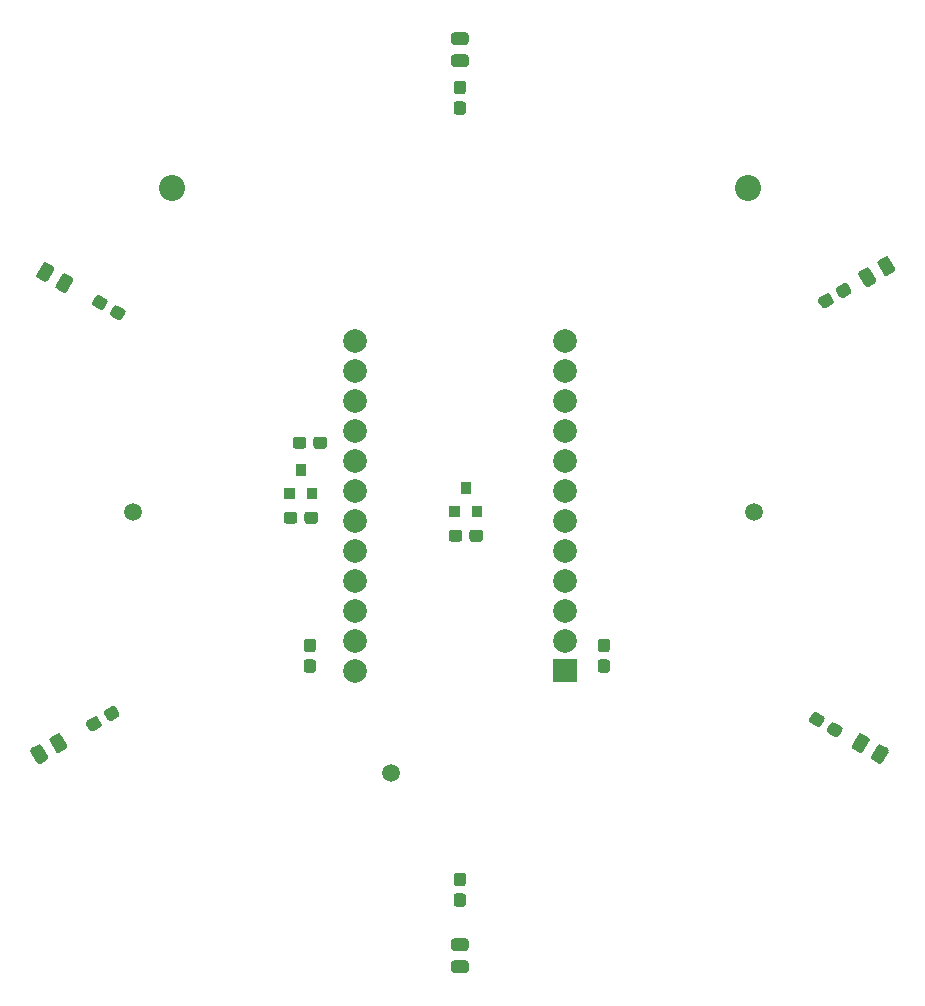
<source format=gbr>
G04 #@! TF.GenerationSoftware,KiCad,Pcbnew,(5.1.10)-1*
G04 #@! TF.CreationDate,2021-05-29T20:37:25-07:00*
G04 #@! TF.ProjectId,snowstake,736e6f77-7374-4616-9b65-2e6b69636164,0.1*
G04 #@! TF.SameCoordinates,Original*
G04 #@! TF.FileFunction,Soldermask,Top*
G04 #@! TF.FilePolarity,Negative*
%FSLAX46Y46*%
G04 Gerber Fmt 4.6, Leading zero omitted, Abs format (unit mm)*
G04 Created by KiCad (PCBNEW (5.1.10)-1) date 2021-05-29 20:37:25*
%MOMM*%
%LPD*%
G01*
G04 APERTURE LIST*
%ADD10C,2.202000*%
%ADD11C,1.500000*%
%ADD12C,2.002000*%
%ADD13C,0.100000*%
G04 APERTURE END LIST*
D10*
X227584000Y-124968000D03*
X178816000Y-124968000D03*
D11*
X197358000Y-174498000D03*
X175514000Y-152400000D03*
X228092000Y-152400000D03*
G36*
G01*
X190201000Y-146295000D02*
X190201000Y-146821000D01*
G75*
G02*
X189938000Y-147084000I-263000J0D01*
G01*
X189312000Y-147084000D01*
G75*
G02*
X189049000Y-146821000I0J263000D01*
G01*
X189049000Y-146295000D01*
G75*
G02*
X189312000Y-146032000I263000J0D01*
G01*
X189938000Y-146032000D01*
G75*
G02*
X190201000Y-146295000I0J-263000D01*
G01*
G37*
G36*
G01*
X191951000Y-146295000D02*
X191951000Y-146821000D01*
G75*
G02*
X191688000Y-147084000I-263000J0D01*
G01*
X191062000Y-147084000D01*
G75*
G02*
X190799000Y-146821000I0J263000D01*
G01*
X190799000Y-146295000D01*
G75*
G02*
X191062000Y-146032000I263000J0D01*
G01*
X191688000Y-146032000D01*
G75*
G02*
X191951000Y-146295000I0J-263000D01*
G01*
G37*
G36*
G01*
X172583559Y-169847735D02*
X172846559Y-170303265D01*
G75*
G02*
X172750294Y-170662530I-227765J-131500D01*
G01*
X172208162Y-170975530D01*
G75*
G02*
X171848897Y-170879265I-131500J227765D01*
G01*
X171585897Y-170423735D01*
G75*
G02*
X171682162Y-170064470I227765J131500D01*
G01*
X172224294Y-169751470D01*
G75*
G02*
X172583559Y-169847735I131500J-227765D01*
G01*
G37*
G36*
G01*
X174099103Y-168972735D02*
X174362103Y-169428265D01*
G75*
G02*
X174265838Y-169787530I-227765J-131500D01*
G01*
X173723706Y-170100530D01*
G75*
G02*
X173364441Y-170004265I-131500J227765D01*
G01*
X173101441Y-169548735D01*
G75*
G02*
X173197706Y-169189470I227765J131500D01*
G01*
X173739838Y-168876470D01*
G75*
G02*
X174099103Y-168972735I131500J-227765D01*
G01*
G37*
G36*
G01*
X202937000Y-184703000D02*
X203463000Y-184703000D01*
G75*
G02*
X203726000Y-184966000I0J-263000D01*
G01*
X203726000Y-185592000D01*
G75*
G02*
X203463000Y-185855000I-263000J0D01*
G01*
X202937000Y-185855000D01*
G75*
G02*
X202674000Y-185592000I0J263000D01*
G01*
X202674000Y-184966000D01*
G75*
G02*
X202937000Y-184703000I263000J0D01*
G01*
G37*
G36*
G01*
X202937000Y-182953000D02*
X203463000Y-182953000D01*
G75*
G02*
X203726000Y-183216000I0J-263000D01*
G01*
X203726000Y-183842000D01*
G75*
G02*
X203463000Y-184105000I-263000J0D01*
G01*
X202937000Y-184105000D01*
G75*
G02*
X202674000Y-183842000I0J263000D01*
G01*
X202674000Y-183216000D01*
G75*
G02*
X202937000Y-182953000I263000J0D01*
G01*
G37*
G36*
G01*
X190037000Y-153171000D02*
X190037000Y-152645000D01*
G75*
G02*
X190300000Y-152382000I263000J0D01*
G01*
X190926000Y-152382000D01*
G75*
G02*
X191189000Y-152645000I0J-263000D01*
G01*
X191189000Y-153171000D01*
G75*
G02*
X190926000Y-153434000I-263000J0D01*
G01*
X190300000Y-153434000D01*
G75*
G02*
X190037000Y-153171000I0J263000D01*
G01*
G37*
G36*
G01*
X188287000Y-153171000D02*
X188287000Y-152645000D01*
G75*
G02*
X188550000Y-152382000I263000J0D01*
G01*
X189176000Y-152382000D01*
G75*
G02*
X189439000Y-152645000I0J-263000D01*
G01*
X189439000Y-153171000D01*
G75*
G02*
X189176000Y-153434000I-263000J0D01*
G01*
X188550000Y-153434000D01*
G75*
G02*
X188287000Y-153171000I0J263000D01*
G01*
G37*
G36*
G01*
X203463000Y-117049000D02*
X202937000Y-117049000D01*
G75*
G02*
X202674000Y-116786000I0J263000D01*
G01*
X202674000Y-116160000D01*
G75*
G02*
X202937000Y-115897000I263000J0D01*
G01*
X203463000Y-115897000D01*
G75*
G02*
X203726000Y-116160000I0J-263000D01*
G01*
X203726000Y-116786000D01*
G75*
G02*
X203463000Y-117049000I-263000J0D01*
G01*
G37*
G36*
G01*
X203463000Y-118799000D02*
X202937000Y-118799000D01*
G75*
G02*
X202674000Y-118536000I0J263000D01*
G01*
X202674000Y-117910000D01*
G75*
G02*
X202937000Y-117647000I263000J0D01*
G01*
X203463000Y-117647000D01*
G75*
G02*
X203726000Y-117910000I0J-263000D01*
G01*
X203726000Y-118536000D01*
G75*
G02*
X203463000Y-118799000I-263000J0D01*
G01*
G37*
G36*
G01*
X234315441Y-170811265D02*
X234578441Y-170355735D01*
G75*
G02*
X234937706Y-170259470I227765J-131500D01*
G01*
X235479838Y-170572470D01*
G75*
G02*
X235576103Y-170931735I-131500J-227765D01*
G01*
X235313103Y-171387265D01*
G75*
G02*
X234953838Y-171483530I-227765J131500D01*
G01*
X234411706Y-171170530D01*
G75*
G02*
X234315441Y-170811265I131500J227765D01*
G01*
G37*
G36*
G01*
X232799897Y-169936265D02*
X233062897Y-169480735D01*
G75*
G02*
X233422162Y-169384470I227765J-131500D01*
G01*
X233964294Y-169697470D01*
G75*
G02*
X234060559Y-170056735I-131500J-227765D01*
G01*
X233797559Y-170512265D01*
G75*
G02*
X233438294Y-170608530I-227765J131500D01*
G01*
X232896162Y-170295530D01*
G75*
G02*
X232799897Y-169936265I131500J227765D01*
G01*
G37*
G36*
G01*
X235340441Y-134190265D02*
X235077441Y-133734735D01*
G75*
G02*
X235173706Y-133375470I227765J131500D01*
G01*
X235715838Y-133062470D01*
G75*
G02*
X236075103Y-133158735I131500J-227765D01*
G01*
X236338103Y-133614265D01*
G75*
G02*
X236241838Y-133973530I-227765J-131500D01*
G01*
X235699706Y-134286530D01*
G75*
G02*
X235340441Y-134190265I-131500J227765D01*
G01*
G37*
G36*
G01*
X233824897Y-135065265D02*
X233561897Y-134609735D01*
G75*
G02*
X233658162Y-134250470I227765J131500D01*
G01*
X234200294Y-133937470D01*
G75*
G02*
X234559559Y-134033735I131500J-227765D01*
G01*
X234822559Y-134489265D01*
G75*
G02*
X234726294Y-134848530I-227765J-131500D01*
G01*
X234184162Y-135161530D01*
G75*
G02*
X233824897Y-135065265I-131500J227765D01*
G01*
G37*
G36*
G01*
X173354559Y-134750735D02*
X173091559Y-135206265D01*
G75*
G02*
X172732294Y-135302530I-227765J131500D01*
G01*
X172190162Y-134989530D01*
G75*
G02*
X172093897Y-134630265I131500J227765D01*
G01*
X172356897Y-134174735D01*
G75*
G02*
X172716162Y-134078470I227765J-131500D01*
G01*
X173258294Y-134391470D01*
G75*
G02*
X173354559Y-134750735I-131500J-227765D01*
G01*
G37*
G36*
G01*
X174870103Y-135625735D02*
X174607103Y-136081265D01*
G75*
G02*
X174247838Y-136177530I-227765J131500D01*
G01*
X173705706Y-135864530D01*
G75*
G02*
X173609441Y-135505265I131500J227765D01*
G01*
X173872441Y-135049735D01*
G75*
G02*
X174231706Y-134953470I227765J-131500D01*
G01*
X174773838Y-135266470D01*
G75*
G02*
X174870103Y-135625735I-131500J-227765D01*
G01*
G37*
G36*
G01*
X204007000Y-154695000D02*
X204007000Y-154169000D01*
G75*
G02*
X204270000Y-153906000I263000J0D01*
G01*
X204896000Y-153906000D01*
G75*
G02*
X205159000Y-154169000I0J-263000D01*
G01*
X205159000Y-154695000D01*
G75*
G02*
X204896000Y-154958000I-263000J0D01*
G01*
X204270000Y-154958000D01*
G75*
G02*
X204007000Y-154695000I0J263000D01*
G01*
G37*
G36*
G01*
X202257000Y-154695000D02*
X202257000Y-154169000D01*
G75*
G02*
X202520000Y-153906000I263000J0D01*
G01*
X203146000Y-153906000D01*
G75*
G02*
X203409000Y-154169000I0J-263000D01*
G01*
X203409000Y-154695000D01*
G75*
G02*
X203146000Y-154958000I-263000J0D01*
G01*
X202520000Y-154958000D01*
G75*
G02*
X202257000Y-154695000I0J263000D01*
G01*
G37*
G36*
G01*
X190138000Y-149361000D02*
X189338000Y-149361000D01*
G75*
G02*
X189287000Y-149310000I0J51000D01*
G01*
X189287000Y-148410000D01*
G75*
G02*
X189338000Y-148359000I51000J0D01*
G01*
X190138000Y-148359000D01*
G75*
G02*
X190189000Y-148410000I0J-51000D01*
G01*
X190189000Y-149310000D01*
G75*
G02*
X190138000Y-149361000I-51000J0D01*
G01*
G37*
G36*
G01*
X191088000Y-151361000D02*
X190288000Y-151361000D01*
G75*
G02*
X190237000Y-151310000I0J51000D01*
G01*
X190237000Y-150410000D01*
G75*
G02*
X190288000Y-150359000I51000J0D01*
G01*
X191088000Y-150359000D01*
G75*
G02*
X191139000Y-150410000I0J-51000D01*
G01*
X191139000Y-151310000D01*
G75*
G02*
X191088000Y-151361000I-51000J0D01*
G01*
G37*
G36*
G01*
X189188000Y-151361000D02*
X188388000Y-151361000D01*
G75*
G02*
X188337000Y-151310000I0J51000D01*
G01*
X188337000Y-150410000D01*
G75*
G02*
X188388000Y-150359000I51000J0D01*
G01*
X189188000Y-150359000D01*
G75*
G02*
X189239000Y-150410000I0J-51000D01*
G01*
X189239000Y-151310000D01*
G75*
G02*
X189188000Y-151361000I-51000J0D01*
G01*
G37*
G36*
G01*
X204108000Y-150885000D02*
X203308000Y-150885000D01*
G75*
G02*
X203257000Y-150834000I0J51000D01*
G01*
X203257000Y-149934000D01*
G75*
G02*
X203308000Y-149883000I51000J0D01*
G01*
X204108000Y-149883000D01*
G75*
G02*
X204159000Y-149934000I0J-51000D01*
G01*
X204159000Y-150834000D01*
G75*
G02*
X204108000Y-150885000I-51000J0D01*
G01*
G37*
G36*
G01*
X205058000Y-152885000D02*
X204258000Y-152885000D01*
G75*
G02*
X204207000Y-152834000I0J51000D01*
G01*
X204207000Y-151934000D01*
G75*
G02*
X204258000Y-151883000I51000J0D01*
G01*
X205058000Y-151883000D01*
G75*
G02*
X205109000Y-151934000I0J-51000D01*
G01*
X205109000Y-152834000D01*
G75*
G02*
X205058000Y-152885000I-51000J0D01*
G01*
G37*
G36*
G01*
X203158000Y-152885000D02*
X202358000Y-152885000D01*
G75*
G02*
X202307000Y-152834000I0J51000D01*
G01*
X202307000Y-151934000D01*
G75*
G02*
X202358000Y-151883000I51000J0D01*
G01*
X203158000Y-151883000D01*
G75*
G02*
X203209000Y-151934000I0J-51000D01*
G01*
X203209000Y-152834000D01*
G75*
G02*
X203158000Y-152885000I-51000J0D01*
G01*
G37*
G36*
G01*
X168988420Y-172683708D02*
X168506670Y-171849292D01*
G75*
G02*
X168605222Y-171481490I233177J134625D01*
G01*
X169071576Y-171212240D01*
G75*
G02*
X169439378Y-171310792I134625J-233177D01*
G01*
X169921128Y-172145208D01*
G75*
G02*
X169822576Y-172513010I-233177J-134625D01*
G01*
X169356222Y-172782260D01*
G75*
G02*
X168988420Y-172683708I-134625J233177D01*
G01*
G37*
G36*
G01*
X167364622Y-173621208D02*
X166882872Y-172786792D01*
G75*
G02*
X166981424Y-172418990I233177J134625D01*
G01*
X167447778Y-172149740D01*
G75*
G02*
X167815580Y-172248292I134625J-233177D01*
G01*
X168297330Y-173082708D01*
G75*
G02*
X168198778Y-173450510I-233177J-134625D01*
G01*
X167732424Y-173719760D01*
G75*
G02*
X167364622Y-173621208I-134625J233177D01*
G01*
G37*
G36*
G01*
X203681750Y-189593000D02*
X202718250Y-189593000D01*
G75*
G02*
X202449000Y-189323750I0J269250D01*
G01*
X202449000Y-188785250D01*
G75*
G02*
X202718250Y-188516000I269250J0D01*
G01*
X203681750Y-188516000D01*
G75*
G02*
X203951000Y-188785250I0J-269250D01*
G01*
X203951000Y-189323750D01*
G75*
G02*
X203681750Y-189593000I-269250J0D01*
G01*
G37*
G36*
G01*
X203681750Y-191468000D02*
X202718250Y-191468000D01*
G75*
G02*
X202449000Y-191198750I0J269250D01*
G01*
X202449000Y-190660250D01*
G75*
G02*
X202718250Y-190391000I269250J0D01*
G01*
X203681750Y-190391000D01*
G75*
G02*
X203951000Y-190660250I0J-269250D01*
G01*
X203951000Y-191198750D01*
G75*
G02*
X203681750Y-191468000I-269250J0D01*
G01*
G37*
G36*
G01*
X202718250Y-113683000D02*
X203681750Y-113683000D01*
G75*
G02*
X203951000Y-113952250I0J-269250D01*
G01*
X203951000Y-114490750D01*
G75*
G02*
X203681750Y-114760000I-269250J0D01*
G01*
X202718250Y-114760000D01*
G75*
G02*
X202449000Y-114490750I0J269250D01*
G01*
X202449000Y-113952250D01*
G75*
G02*
X202718250Y-113683000I269250J0D01*
G01*
G37*
G36*
G01*
X202718250Y-111808000D02*
X203681750Y-111808000D01*
G75*
G02*
X203951000Y-112077250I0J-269250D01*
G01*
X203951000Y-112615750D01*
G75*
G02*
X203681750Y-112885000I-269250J0D01*
G01*
X202718250Y-112885000D01*
G75*
G02*
X202449000Y-112615750I0J269250D01*
G01*
X202449000Y-112077250D01*
G75*
G02*
X202718250Y-111808000I269250J0D01*
G01*
G37*
G36*
G01*
X237843431Y-171849292D02*
X237361681Y-172683708D01*
G75*
G02*
X236993879Y-172782260I-233177J134625D01*
G01*
X236527525Y-172513010D01*
G75*
G02*
X236428973Y-172145208I134625J233177D01*
G01*
X236910723Y-171310792D01*
G75*
G02*
X237278525Y-171212240I233177J-134625D01*
G01*
X237744879Y-171481490D01*
G75*
G02*
X237843431Y-171849292I-134625J-233177D01*
G01*
G37*
G36*
G01*
X239467229Y-172786792D02*
X238985479Y-173621208D01*
G75*
G02*
X238617677Y-173719760I-233177J134625D01*
G01*
X238151323Y-173450510D01*
G75*
G02*
X238052771Y-173082708I134625J233177D01*
G01*
X238534521Y-172248292D01*
G75*
G02*
X238902323Y-172149740I233177J-134625D01*
G01*
X239368677Y-172418990D01*
G75*
G02*
X239467229Y-172786792I-134625J-233177D01*
G01*
G37*
G36*
G01*
X237919580Y-131862292D02*
X238401330Y-132696708D01*
G75*
G02*
X238302778Y-133064510I-233177J-134625D01*
G01*
X237836424Y-133333760D01*
G75*
G02*
X237468622Y-133235208I-134625J233177D01*
G01*
X236986872Y-132400792D01*
G75*
G02*
X237085424Y-132032990I233177J134625D01*
G01*
X237551778Y-131763740D01*
G75*
G02*
X237919580Y-131862292I134625J-233177D01*
G01*
G37*
G36*
G01*
X239543378Y-130924792D02*
X240025128Y-131759208D01*
G75*
G02*
X239926576Y-132127010I-233177J-134625D01*
G01*
X239460222Y-132396260D01*
G75*
G02*
X239092420Y-132297708I-134625J233177D01*
G01*
X238610670Y-131463292D01*
G75*
G02*
X238709222Y-131095490I233177J134625D01*
G01*
X239175576Y-130826240D01*
G75*
G02*
X239543378Y-130924792I134625J-233177D01*
G01*
G37*
G36*
G01*
X169014670Y-133204708D02*
X169496420Y-132370292D01*
G75*
G02*
X169864222Y-132271740I233177J-134625D01*
G01*
X170330576Y-132540990D01*
G75*
G02*
X170429128Y-132908792I-134625J-233177D01*
G01*
X169947378Y-133743208D01*
G75*
G02*
X169579576Y-133841760I-233177J134625D01*
G01*
X169113222Y-133572510D01*
G75*
G02*
X169014670Y-133204708I134625J233177D01*
G01*
G37*
G36*
G01*
X167390872Y-132267208D02*
X167872622Y-131432792D01*
G75*
G02*
X168240424Y-131334240I233177J-134625D01*
G01*
X168706778Y-131603490D01*
G75*
G02*
X168805330Y-131971292I-134625J-233177D01*
G01*
X168323580Y-132805708D01*
G75*
G02*
X167955778Y-132904260I-233177J134625D01*
G01*
X167489424Y-132635010D01*
G75*
G02*
X167390872Y-132267208I134625J233177D01*
G01*
G37*
G36*
G01*
X190237000Y-164891000D02*
X190763000Y-164891000D01*
G75*
G02*
X191026000Y-165154000I0J-263000D01*
G01*
X191026000Y-165780000D01*
G75*
G02*
X190763000Y-166043000I-263000J0D01*
G01*
X190237000Y-166043000D01*
G75*
G02*
X189974000Y-165780000I0J263000D01*
G01*
X189974000Y-165154000D01*
G75*
G02*
X190237000Y-164891000I263000J0D01*
G01*
G37*
G36*
G01*
X190237000Y-163141000D02*
X190763000Y-163141000D01*
G75*
G02*
X191026000Y-163404000I0J-263000D01*
G01*
X191026000Y-164030000D01*
G75*
G02*
X190763000Y-164293000I-263000J0D01*
G01*
X190237000Y-164293000D01*
G75*
G02*
X189974000Y-164030000I0J263000D01*
G01*
X189974000Y-163404000D01*
G75*
G02*
X190237000Y-163141000I263000J0D01*
G01*
G37*
G36*
G01*
X215655000Y-164293000D02*
X215129000Y-164293000D01*
G75*
G02*
X214866000Y-164030000I0J263000D01*
G01*
X214866000Y-163404000D01*
G75*
G02*
X215129000Y-163141000I263000J0D01*
G01*
X215655000Y-163141000D01*
G75*
G02*
X215918000Y-163404000I0J-263000D01*
G01*
X215918000Y-164030000D01*
G75*
G02*
X215655000Y-164293000I-263000J0D01*
G01*
G37*
G36*
G01*
X215655000Y-166043000D02*
X215129000Y-166043000D01*
G75*
G02*
X214866000Y-165780000I0J263000D01*
G01*
X214866000Y-165154000D01*
G75*
G02*
X215129000Y-164891000I263000J0D01*
G01*
X215655000Y-164891000D01*
G75*
G02*
X215918000Y-165154000I0J-263000D01*
G01*
X215918000Y-165780000D01*
G75*
G02*
X215655000Y-166043000I-263000J0D01*
G01*
G37*
D12*
X194307460Y-137910280D03*
X194307460Y-140450280D03*
X194307460Y-142990280D03*
X194307460Y-145530280D03*
X194307460Y-148070280D03*
X194307460Y-150610280D03*
X194307460Y-153150280D03*
X194307460Y-155690280D03*
X194307460Y-158230280D03*
X194307460Y-160770280D03*
X194307460Y-163310280D03*
X194307460Y-165850280D03*
X212087460Y-137910280D03*
X212087460Y-140450280D03*
X212087460Y-142990280D03*
X212087460Y-145530280D03*
X212087460Y-148070280D03*
X212087460Y-150610280D03*
X212087460Y-153150280D03*
X212087460Y-155690280D03*
X212087460Y-158230280D03*
X212087460Y-160770280D03*
X212087460Y-163310280D03*
G36*
G01*
X213088460Y-164900280D02*
X213088460Y-166800280D01*
G75*
G02*
X213037460Y-166851280I-51000J0D01*
G01*
X211137460Y-166851280D01*
G75*
G02*
X211086460Y-166800280I0J51000D01*
G01*
X211086460Y-164900280D01*
G75*
G02*
X211137460Y-164849280I51000J0D01*
G01*
X213037460Y-164849280D01*
G75*
G02*
X213088460Y-164900280I0J-51000D01*
G01*
G37*
D13*
G36*
X239418482Y-172445435D02*
G01*
X239418647Y-172445541D01*
X239456514Y-172472676D01*
X239456809Y-172472935D01*
X239484435Y-172502432D01*
X239484673Y-172502743D01*
X239506013Y-172537059D01*
X239506187Y-172537411D01*
X239520423Y-172575236D01*
X239520524Y-172575614D01*
X239527106Y-172615481D01*
X239527132Y-172615872D01*
X239525810Y-172656260D01*
X239525759Y-172656649D01*
X239516580Y-172696013D01*
X239516454Y-172696384D01*
X239497233Y-172738806D01*
X239497143Y-172738981D01*
X239438911Y-172839841D01*
X238959031Y-173671019D01*
X238958925Y-173671184D01*
X238931795Y-173709042D01*
X238931536Y-173709337D01*
X238902038Y-173736965D01*
X238901727Y-173737203D01*
X238867411Y-173758543D01*
X238867059Y-173758717D01*
X238829234Y-173772953D01*
X238828856Y-173773054D01*
X238788989Y-173779636D01*
X238788598Y-173779662D01*
X238748210Y-173778340D01*
X238747821Y-173778289D01*
X238708460Y-173769111D01*
X238708089Y-173768985D01*
X238665657Y-173749759D01*
X238665482Y-173749669D01*
X238616681Y-173721494D01*
X238615681Y-173719762D01*
X238616681Y-173718030D01*
X238618506Y-173717940D01*
X238666399Y-173739641D01*
X238717421Y-173751537D01*
X238769782Y-173753252D01*
X238821466Y-173744719D01*
X238870503Y-173726262D01*
X238914986Y-173698600D01*
X238953223Y-173662788D01*
X238983798Y-173620120D01*
X239435447Y-172837841D01*
X239465447Y-172785878D01*
X239487110Y-172738070D01*
X239499006Y-172687048D01*
X239500721Y-172634687D01*
X239492188Y-172583003D01*
X239473731Y-172533966D01*
X239446069Y-172489483D01*
X239410257Y-172451246D01*
X239367589Y-172420671D01*
X239247352Y-172351252D01*
X239246352Y-172349520D01*
X239247352Y-172347788D01*
X239249352Y-172347788D01*
X239418482Y-172445435D01*
G37*
G36*
X167103749Y-172349520D02*
G01*
X167102749Y-172351252D01*
X166982512Y-172420671D01*
X166939844Y-172451246D01*
X166904032Y-172489483D01*
X166876370Y-172533966D01*
X166857913Y-172583003D01*
X166849380Y-172634687D01*
X166851095Y-172687048D01*
X166862991Y-172738070D01*
X166884654Y-172785878D01*
X166914654Y-172837841D01*
X167366303Y-173620120D01*
X167396878Y-173662788D01*
X167435115Y-173698600D01*
X167479598Y-173726262D01*
X167528635Y-173744719D01*
X167580319Y-173753252D01*
X167632680Y-173751537D01*
X167683702Y-173739641D01*
X167731595Y-173717940D01*
X167733585Y-173718136D01*
X167734410Y-173719958D01*
X167733420Y-173721494D01*
X167684619Y-173749669D01*
X167684444Y-173749759D01*
X167642012Y-173768985D01*
X167641641Y-173769111D01*
X167602280Y-173778289D01*
X167601891Y-173778340D01*
X167561503Y-173779662D01*
X167561112Y-173779636D01*
X167521245Y-173773054D01*
X167520867Y-173772953D01*
X167483042Y-173758717D01*
X167482690Y-173758543D01*
X167448374Y-173737203D01*
X167448063Y-173736965D01*
X167418565Y-173709337D01*
X167418306Y-173709042D01*
X167391176Y-173671184D01*
X167391070Y-173671019D01*
X166911190Y-172839841D01*
X166852958Y-172738981D01*
X166852868Y-172738806D01*
X166833647Y-172696384D01*
X166833521Y-172696013D01*
X166824342Y-172656649D01*
X166824291Y-172656260D01*
X166822969Y-172615872D01*
X166822995Y-172615481D01*
X166829577Y-172575614D01*
X166829678Y-172575236D01*
X166843914Y-172537411D01*
X166844088Y-172537059D01*
X166865428Y-172502743D01*
X166865666Y-172502432D01*
X166893292Y-172472935D01*
X166893587Y-172472676D01*
X166931454Y-172445541D01*
X166931619Y-172445435D01*
X167100749Y-172347788D01*
X167102749Y-172347788D01*
X167103749Y-172349520D01*
G37*
G36*
X167619090Y-172089864D02*
G01*
X167658957Y-172096446D01*
X167659335Y-172096547D01*
X167697160Y-172110783D01*
X167697512Y-172110957D01*
X167731828Y-172132297D01*
X167732139Y-172132535D01*
X167761637Y-172160163D01*
X167761896Y-172160458D01*
X167789026Y-172198316D01*
X167789132Y-172198481D01*
X168327244Y-173130519D01*
X168327334Y-173130694D01*
X168346555Y-173173116D01*
X168346681Y-173173487D01*
X168355860Y-173212851D01*
X168355911Y-173213240D01*
X168357233Y-173253628D01*
X168357207Y-173254019D01*
X168350625Y-173293886D01*
X168350524Y-173294264D01*
X168336288Y-173332089D01*
X168336114Y-173332441D01*
X168314774Y-173366757D01*
X168314536Y-173367068D01*
X168286910Y-173396565D01*
X168286615Y-173396824D01*
X168248748Y-173423959D01*
X168248583Y-173424065D01*
X167966601Y-173586867D01*
X167964601Y-173586867D01*
X167963601Y-173585135D01*
X167964601Y-173583403D01*
X168197690Y-173448829D01*
X168240358Y-173418254D01*
X168276170Y-173380017D01*
X168303832Y-173335534D01*
X168322289Y-173286497D01*
X168330822Y-173234813D01*
X168329107Y-173182452D01*
X168317211Y-173131430D01*
X168295548Y-173083622D01*
X167813899Y-172249380D01*
X167783324Y-172206712D01*
X167745087Y-172170900D01*
X167700604Y-172143238D01*
X167651567Y-172124781D01*
X167599883Y-172116248D01*
X167547522Y-172117963D01*
X167496500Y-172129859D01*
X167448607Y-172151560D01*
X167446617Y-172151364D01*
X167445792Y-172149542D01*
X167446782Y-172148006D01*
X167495583Y-172119831D01*
X167495758Y-172119741D01*
X167538190Y-172100515D01*
X167538561Y-172100389D01*
X167577922Y-172091211D01*
X167578311Y-172091160D01*
X167618699Y-172089838D01*
X167619090Y-172089864D01*
G37*
G36*
X238771790Y-172091160D02*
G01*
X238772179Y-172091211D01*
X238811540Y-172100389D01*
X238811911Y-172100515D01*
X238854343Y-172119741D01*
X238854518Y-172119831D01*
X238903319Y-172148006D01*
X238904319Y-172149738D01*
X238903319Y-172151470D01*
X238901494Y-172151560D01*
X238853601Y-172129859D01*
X238802579Y-172117963D01*
X238750218Y-172116248D01*
X238698534Y-172124781D01*
X238649497Y-172143238D01*
X238605014Y-172170900D01*
X238566777Y-172206712D01*
X238536202Y-172249380D01*
X238054553Y-173083622D01*
X238032890Y-173131430D01*
X238020994Y-173182452D01*
X238019279Y-173234813D01*
X238027812Y-173286497D01*
X238046269Y-173335534D01*
X238073931Y-173380017D01*
X238109743Y-173418254D01*
X238152411Y-173448829D01*
X238385500Y-173583403D01*
X238386500Y-173585135D01*
X238385500Y-173586867D01*
X238383500Y-173586867D01*
X238101518Y-173424065D01*
X238101353Y-173423959D01*
X238063486Y-173396824D01*
X238063191Y-173396565D01*
X238035565Y-173367068D01*
X238035327Y-173366757D01*
X238013987Y-173332441D01*
X238013813Y-173332089D01*
X237999577Y-173294264D01*
X237999476Y-173293886D01*
X237992894Y-173254019D01*
X237992868Y-173253628D01*
X237994190Y-173213240D01*
X237994241Y-173212851D01*
X238003420Y-173173487D01*
X238003546Y-173173116D01*
X238022767Y-173130694D01*
X238022857Y-173130519D01*
X238560969Y-172198481D01*
X238561075Y-172198316D01*
X238588205Y-172160458D01*
X238588464Y-172160163D01*
X238617962Y-172132535D01*
X238618273Y-172132297D01*
X238652589Y-172110957D01*
X238652941Y-172110783D01*
X238690766Y-172096547D01*
X238691144Y-172096446D01*
X238731011Y-172089864D01*
X238731402Y-172089838D01*
X238771790Y-172091160D01*
G37*
G36*
X237794684Y-171507935D02*
G01*
X237794849Y-171508041D01*
X237832716Y-171535176D01*
X237833011Y-171535435D01*
X237860637Y-171564932D01*
X237860875Y-171565243D01*
X237882215Y-171599559D01*
X237882389Y-171599911D01*
X237896625Y-171637736D01*
X237896726Y-171638114D01*
X237903308Y-171677981D01*
X237903334Y-171678372D01*
X237902012Y-171718760D01*
X237901961Y-171719149D01*
X237892782Y-171758513D01*
X237892656Y-171758884D01*
X237873435Y-171801306D01*
X237873345Y-171801481D01*
X237335233Y-172733519D01*
X237335127Y-172733684D01*
X237307997Y-172771542D01*
X237307738Y-172771837D01*
X237278240Y-172799465D01*
X237277929Y-172799703D01*
X237243613Y-172821043D01*
X237243261Y-172821217D01*
X237205436Y-172835453D01*
X237205058Y-172835554D01*
X237165191Y-172842136D01*
X237164800Y-172842162D01*
X237124412Y-172840840D01*
X237124023Y-172840789D01*
X237084662Y-172831611D01*
X237084291Y-172831485D01*
X237041859Y-172812259D01*
X237041684Y-172812169D01*
X236992883Y-172783994D01*
X236991883Y-172782262D01*
X236992883Y-172780530D01*
X236994708Y-172780440D01*
X237042601Y-172802141D01*
X237093623Y-172814037D01*
X237145984Y-172815752D01*
X237197668Y-172807219D01*
X237246705Y-172788762D01*
X237291188Y-172761100D01*
X237329425Y-172725288D01*
X237360000Y-172682620D01*
X237841649Y-171848378D01*
X237863312Y-171800570D01*
X237875208Y-171749548D01*
X237876923Y-171697187D01*
X237868390Y-171645503D01*
X237849933Y-171596466D01*
X237822271Y-171551983D01*
X237786459Y-171513746D01*
X237743791Y-171483171D01*
X237580677Y-171388997D01*
X237579677Y-171387265D01*
X237580677Y-171385533D01*
X237582677Y-171385533D01*
X237794684Y-171507935D01*
G37*
G36*
X168770424Y-171387265D02*
G01*
X168769424Y-171388997D01*
X168606310Y-171483171D01*
X168563642Y-171513746D01*
X168527830Y-171551983D01*
X168500168Y-171596466D01*
X168481711Y-171645503D01*
X168473178Y-171697187D01*
X168474893Y-171749548D01*
X168486789Y-171800570D01*
X168508452Y-171848378D01*
X168990101Y-172682620D01*
X169020676Y-172725288D01*
X169058913Y-172761100D01*
X169103396Y-172788762D01*
X169152433Y-172807219D01*
X169204117Y-172815752D01*
X169256478Y-172814037D01*
X169307500Y-172802141D01*
X169355393Y-172780440D01*
X169357383Y-172780636D01*
X169358208Y-172782458D01*
X169357218Y-172783994D01*
X169308417Y-172812169D01*
X169308242Y-172812259D01*
X169265810Y-172831485D01*
X169265439Y-172831611D01*
X169226078Y-172840789D01*
X169225689Y-172840840D01*
X169185301Y-172842162D01*
X169184910Y-172842136D01*
X169145043Y-172835554D01*
X169144665Y-172835453D01*
X169106840Y-172821217D01*
X169106488Y-172821043D01*
X169072172Y-172799703D01*
X169071861Y-172799465D01*
X169042363Y-172771837D01*
X169042104Y-172771542D01*
X169014974Y-172733684D01*
X169014868Y-172733519D01*
X168476756Y-171801481D01*
X168476666Y-171801306D01*
X168457445Y-171758884D01*
X168457319Y-171758513D01*
X168448140Y-171719149D01*
X168448089Y-171718760D01*
X168446767Y-171678372D01*
X168446793Y-171677981D01*
X168453375Y-171638114D01*
X168453476Y-171637736D01*
X168467712Y-171599911D01*
X168467886Y-171599559D01*
X168489226Y-171565243D01*
X168489464Y-171564932D01*
X168517090Y-171535435D01*
X168517385Y-171535176D01*
X168555252Y-171508041D01*
X168555417Y-171507935D01*
X168767424Y-171385533D01*
X168769424Y-171385533D01*
X168770424Y-171387265D01*
G37*
G36*
X169242888Y-171152364D02*
G01*
X169282755Y-171158946D01*
X169283133Y-171159047D01*
X169320958Y-171173283D01*
X169321310Y-171173457D01*
X169355626Y-171194797D01*
X169355937Y-171195035D01*
X169385435Y-171222663D01*
X169385694Y-171222958D01*
X169412824Y-171260816D01*
X169412930Y-171260981D01*
X169892810Y-172092159D01*
X169951042Y-172193019D01*
X169951132Y-172193194D01*
X169970353Y-172235616D01*
X169970479Y-172235987D01*
X169979658Y-172275351D01*
X169979709Y-172275740D01*
X169981031Y-172316128D01*
X169981005Y-172316519D01*
X169974423Y-172356386D01*
X169974322Y-172356764D01*
X169960086Y-172394589D01*
X169959912Y-172394941D01*
X169938572Y-172429257D01*
X169938334Y-172429568D01*
X169910708Y-172459065D01*
X169910413Y-172459324D01*
X169872546Y-172486459D01*
X169872381Y-172486565D01*
X169714579Y-172577672D01*
X169712579Y-172577672D01*
X169711579Y-172575940D01*
X169712579Y-172574208D01*
X169821488Y-172511329D01*
X169864156Y-172480754D01*
X169899968Y-172442517D01*
X169927630Y-172398034D01*
X169946087Y-172348997D01*
X169954620Y-172297313D01*
X169952905Y-172244952D01*
X169941009Y-172193930D01*
X169919346Y-172146122D01*
X169889346Y-172094159D01*
X169437697Y-171311880D01*
X169407122Y-171269212D01*
X169368885Y-171233400D01*
X169324402Y-171205738D01*
X169275365Y-171187281D01*
X169223681Y-171178748D01*
X169171320Y-171180463D01*
X169120298Y-171192359D01*
X169072405Y-171214060D01*
X169070415Y-171213864D01*
X169069590Y-171212042D01*
X169070580Y-171210506D01*
X169119381Y-171182331D01*
X169119556Y-171182241D01*
X169161988Y-171163015D01*
X169162359Y-171162889D01*
X169201720Y-171153711D01*
X169202109Y-171153660D01*
X169242497Y-171152338D01*
X169242888Y-171152364D01*
G37*
G36*
X237147992Y-171153660D02*
G01*
X237148381Y-171153711D01*
X237187742Y-171162889D01*
X237188113Y-171163015D01*
X237230545Y-171182241D01*
X237230720Y-171182331D01*
X237279521Y-171210506D01*
X237280521Y-171212238D01*
X237279521Y-171213970D01*
X237277696Y-171214060D01*
X237229803Y-171192359D01*
X237178781Y-171180463D01*
X237126420Y-171178748D01*
X237074736Y-171187281D01*
X237025699Y-171205738D01*
X236981216Y-171233400D01*
X236942979Y-171269212D01*
X236912404Y-171311880D01*
X236460755Y-172094159D01*
X236430755Y-172146122D01*
X236409092Y-172193930D01*
X236397196Y-172244952D01*
X236395481Y-172297313D01*
X236404014Y-172348997D01*
X236422471Y-172398034D01*
X236450133Y-172442517D01*
X236485945Y-172480754D01*
X236528613Y-172511329D01*
X236637522Y-172574208D01*
X236638522Y-172575940D01*
X236637522Y-172577672D01*
X236635522Y-172577672D01*
X236477720Y-172486565D01*
X236477555Y-172486459D01*
X236439688Y-172459324D01*
X236439393Y-172459065D01*
X236411767Y-172429568D01*
X236411529Y-172429257D01*
X236390189Y-172394941D01*
X236390015Y-172394589D01*
X236375779Y-172356764D01*
X236375678Y-172356386D01*
X236369096Y-172316519D01*
X236369070Y-172316128D01*
X236370392Y-172275740D01*
X236370443Y-172275351D01*
X236379622Y-172235987D01*
X236379748Y-172235616D01*
X236398969Y-172193194D01*
X236399059Y-172193019D01*
X236457291Y-172092159D01*
X236937171Y-171260981D01*
X236937277Y-171260816D01*
X236964407Y-171222958D01*
X236964666Y-171222663D01*
X236994164Y-171195035D01*
X236994475Y-171194797D01*
X237028791Y-171173457D01*
X237029143Y-171173283D01*
X237066968Y-171159047D01*
X237067346Y-171158946D01*
X237107213Y-171152364D01*
X237107604Y-171152338D01*
X237147992Y-171153660D01*
G37*
G36*
X170380381Y-132567435D02*
G01*
X170380546Y-132567541D01*
X170418413Y-132594676D01*
X170418708Y-132594935D01*
X170446334Y-132624432D01*
X170446572Y-132624743D01*
X170467912Y-132659059D01*
X170468086Y-132659411D01*
X170482322Y-132697236D01*
X170482423Y-132697614D01*
X170489005Y-132737481D01*
X170489031Y-132737872D01*
X170487709Y-132778260D01*
X170487658Y-132778649D01*
X170478479Y-132818013D01*
X170478353Y-132818384D01*
X170459132Y-132860806D01*
X170459042Y-132860981D01*
X170400810Y-132961841D01*
X169920930Y-133793019D01*
X169920824Y-133793184D01*
X169893694Y-133831042D01*
X169893435Y-133831337D01*
X169863937Y-133858965D01*
X169863626Y-133859203D01*
X169829310Y-133880543D01*
X169828958Y-133880717D01*
X169791133Y-133894953D01*
X169790755Y-133895054D01*
X169750888Y-133901636D01*
X169750497Y-133901662D01*
X169710109Y-133900340D01*
X169709720Y-133900289D01*
X169670359Y-133891111D01*
X169669988Y-133890985D01*
X169627556Y-133871759D01*
X169627381Y-133871669D01*
X169578580Y-133843494D01*
X169577580Y-133841762D01*
X169578580Y-133840030D01*
X169580405Y-133839940D01*
X169628298Y-133861641D01*
X169679320Y-133873537D01*
X169731681Y-133875252D01*
X169783365Y-133866719D01*
X169832402Y-133848262D01*
X169876885Y-133820600D01*
X169915122Y-133784788D01*
X169945697Y-133742120D01*
X170397346Y-132959841D01*
X170427346Y-132907878D01*
X170449009Y-132860070D01*
X170460905Y-132809048D01*
X170462620Y-132756687D01*
X170454087Y-132705003D01*
X170435630Y-132655966D01*
X170407968Y-132611483D01*
X170372156Y-132573246D01*
X170329488Y-132542671D01*
X170209251Y-132473252D01*
X170208251Y-132471520D01*
X170209251Y-132469788D01*
X170211251Y-132469788D01*
X170380381Y-132567435D01*
G37*
G36*
X169733689Y-132213160D02*
G01*
X169734078Y-132213211D01*
X169773439Y-132222389D01*
X169773810Y-132222515D01*
X169816242Y-132241741D01*
X169816417Y-132241831D01*
X169865218Y-132270006D01*
X169866218Y-132271738D01*
X169865218Y-132273470D01*
X169863393Y-132273560D01*
X169815500Y-132251859D01*
X169764478Y-132239963D01*
X169712117Y-132238248D01*
X169660433Y-132246781D01*
X169611396Y-132265238D01*
X169566913Y-132292900D01*
X169528676Y-132328712D01*
X169498101Y-132371380D01*
X169071121Y-133110931D01*
X169016452Y-133205622D01*
X168994789Y-133253430D01*
X168982893Y-133304452D01*
X168981178Y-133356813D01*
X168989711Y-133408497D01*
X169008168Y-133457534D01*
X169035830Y-133502017D01*
X169071642Y-133540254D01*
X169114310Y-133570829D01*
X169226897Y-133635831D01*
X169227897Y-133637563D01*
X169226897Y-133639295D01*
X169224897Y-133639295D01*
X169063417Y-133546065D01*
X169063252Y-133545959D01*
X169025385Y-133518824D01*
X169025090Y-133518565D01*
X168997464Y-133489068D01*
X168997226Y-133488757D01*
X168975886Y-133454441D01*
X168975712Y-133454089D01*
X168961476Y-133416264D01*
X168961375Y-133415886D01*
X168954793Y-133376019D01*
X168954767Y-133375628D01*
X168956089Y-133335240D01*
X168956140Y-133334851D01*
X168965319Y-133295487D01*
X168965445Y-133295116D01*
X168984666Y-133252694D01*
X168984756Y-133252519D01*
X169067657Y-133108931D01*
X169522868Y-132320481D01*
X169522974Y-132320316D01*
X169550104Y-132282458D01*
X169550363Y-132282163D01*
X169579861Y-132254535D01*
X169580172Y-132254297D01*
X169614488Y-132232957D01*
X169614840Y-132232783D01*
X169652665Y-132218547D01*
X169653043Y-132218446D01*
X169692910Y-132211864D01*
X169693301Y-132211838D01*
X169733689Y-132213160D01*
G37*
G36*
X237278831Y-131922481D02*
G01*
X237277831Y-131924213D01*
X237086512Y-132034671D01*
X237043844Y-132065246D01*
X237008032Y-132103483D01*
X236980370Y-132147966D01*
X236961913Y-132197003D01*
X236953380Y-132248687D01*
X236955095Y-132301048D01*
X236966991Y-132352070D01*
X236988654Y-132399878D01*
X237018654Y-132451841D01*
X237470303Y-133234120D01*
X237500878Y-133276788D01*
X237539115Y-133312600D01*
X237583598Y-133340262D01*
X237632635Y-133358719D01*
X237684319Y-133367252D01*
X237736680Y-133365537D01*
X237787702Y-133353641D01*
X237835595Y-133331940D01*
X237837585Y-133332136D01*
X237838410Y-133333958D01*
X237837420Y-133335494D01*
X237788619Y-133363669D01*
X237788444Y-133363759D01*
X237746012Y-133382985D01*
X237745641Y-133383111D01*
X237706280Y-133392289D01*
X237705891Y-133392340D01*
X237665503Y-133393662D01*
X237665112Y-133393636D01*
X237625245Y-133387054D01*
X237624867Y-133386953D01*
X237587042Y-133372717D01*
X237586690Y-133372543D01*
X237552374Y-133351203D01*
X237552063Y-133350965D01*
X237522565Y-133323337D01*
X237522306Y-133323042D01*
X237495176Y-133285184D01*
X237495070Y-133285019D01*
X237015190Y-132453841D01*
X236956958Y-132352981D01*
X236956868Y-132352806D01*
X236937647Y-132310384D01*
X236937521Y-132310013D01*
X236928342Y-132270649D01*
X236928291Y-132270260D01*
X236926969Y-132229872D01*
X236926995Y-132229481D01*
X236933577Y-132189614D01*
X236933678Y-132189236D01*
X236947914Y-132151411D01*
X236948088Y-132151059D01*
X236969428Y-132116743D01*
X236969666Y-132116432D01*
X236997292Y-132086935D01*
X236997587Y-132086676D01*
X237035454Y-132059541D01*
X237035619Y-132059435D01*
X237275831Y-131920749D01*
X237277831Y-131920749D01*
X237278831Y-131922481D01*
G37*
G36*
X237723090Y-131703864D02*
G01*
X237762957Y-131710446D01*
X237763335Y-131710547D01*
X237801160Y-131724783D01*
X237801512Y-131724957D01*
X237835828Y-131746297D01*
X237836139Y-131746535D01*
X237865637Y-131774163D01*
X237865896Y-131774458D01*
X237893026Y-131812316D01*
X237893132Y-131812481D01*
X238431244Y-132744519D01*
X238431334Y-132744694D01*
X238450555Y-132787116D01*
X238450681Y-132787487D01*
X238459860Y-132826851D01*
X238459911Y-132827240D01*
X238461233Y-132867628D01*
X238461207Y-132868019D01*
X238454625Y-132907886D01*
X238454524Y-132908264D01*
X238440288Y-132946089D01*
X238440114Y-132946441D01*
X238418774Y-132980757D01*
X238418536Y-132981068D01*
X238390910Y-133010565D01*
X238390615Y-133010824D01*
X238352748Y-133037959D01*
X238352583Y-133038065D01*
X238225107Y-133111663D01*
X238223107Y-133111663D01*
X238222107Y-133109931D01*
X238223107Y-133108199D01*
X238301690Y-133062829D01*
X238344358Y-133032254D01*
X238380170Y-132994017D01*
X238407832Y-132949534D01*
X238426289Y-132900497D01*
X238434822Y-132848813D01*
X238433107Y-132796452D01*
X238421211Y-132745430D01*
X238399548Y-132697622D01*
X237917899Y-131863380D01*
X237887324Y-131820712D01*
X237849087Y-131784900D01*
X237804604Y-131757238D01*
X237755567Y-131738781D01*
X237703883Y-131730248D01*
X237651522Y-131731963D01*
X237600500Y-131743859D01*
X237552607Y-131765560D01*
X237550617Y-131765364D01*
X237549792Y-131763542D01*
X237550782Y-131762006D01*
X237599583Y-131733831D01*
X237599758Y-131733741D01*
X237642190Y-131714515D01*
X237642561Y-131714389D01*
X237681922Y-131705211D01*
X237682311Y-131705160D01*
X237722699Y-131703838D01*
X237723090Y-131703864D01*
G37*
G36*
X168756583Y-131629935D02*
G01*
X168756748Y-131630041D01*
X168794615Y-131657176D01*
X168794910Y-131657435D01*
X168822536Y-131686932D01*
X168822774Y-131687243D01*
X168844114Y-131721559D01*
X168844288Y-131721911D01*
X168858524Y-131759736D01*
X168858625Y-131760114D01*
X168865207Y-131799981D01*
X168865233Y-131800372D01*
X168863911Y-131840760D01*
X168863860Y-131841149D01*
X168854681Y-131880513D01*
X168854555Y-131880884D01*
X168835334Y-131923306D01*
X168835244Y-131923481D01*
X168297132Y-132855519D01*
X168297026Y-132855684D01*
X168269896Y-132893542D01*
X168269637Y-132893837D01*
X168240139Y-132921465D01*
X168239828Y-132921703D01*
X168205512Y-132943043D01*
X168205160Y-132943217D01*
X168167335Y-132957453D01*
X168166957Y-132957554D01*
X168127090Y-132964136D01*
X168126699Y-132964162D01*
X168086311Y-132962840D01*
X168085922Y-132962789D01*
X168046561Y-132953611D01*
X168046190Y-132953485D01*
X168003758Y-132934259D01*
X168003583Y-132934169D01*
X167954782Y-132905994D01*
X167953782Y-132904262D01*
X167954782Y-132902530D01*
X167956607Y-132902440D01*
X168004500Y-132924141D01*
X168055522Y-132936037D01*
X168107883Y-132937752D01*
X168159567Y-132929219D01*
X168208604Y-132910762D01*
X168253087Y-132883100D01*
X168291324Y-132847288D01*
X168321899Y-132804620D01*
X168803548Y-131970378D01*
X168825211Y-131922570D01*
X168837107Y-131871548D01*
X168838822Y-131819187D01*
X168830289Y-131767503D01*
X168811832Y-131718466D01*
X168784170Y-131673983D01*
X168748358Y-131635746D01*
X168705690Y-131605171D01*
X168410121Y-131434524D01*
X168409121Y-131432792D01*
X168410121Y-131431060D01*
X168412121Y-131431060D01*
X168756583Y-131629935D01*
G37*
G36*
X168109891Y-131275660D02*
G01*
X168110280Y-131275711D01*
X168149641Y-131284889D01*
X168150012Y-131285015D01*
X168192444Y-131304241D01*
X168192619Y-131304331D01*
X168241420Y-131332506D01*
X168242420Y-131334238D01*
X168241420Y-131335970D01*
X168239595Y-131336060D01*
X168191702Y-131314359D01*
X168140680Y-131302463D01*
X168088319Y-131300748D01*
X168036635Y-131309281D01*
X167987598Y-131327738D01*
X167943115Y-131355400D01*
X167904878Y-131391212D01*
X167874303Y-131433880D01*
X167422654Y-132216159D01*
X167392654Y-132268122D01*
X167370991Y-132315930D01*
X167359095Y-132366952D01*
X167357380Y-132419313D01*
X167365913Y-132470997D01*
X167384370Y-132520034D01*
X167412032Y-132564517D01*
X167447844Y-132602754D01*
X167490512Y-132633329D01*
X167597288Y-132694976D01*
X167598288Y-132696708D01*
X167597288Y-132698440D01*
X167595288Y-132698440D01*
X167439619Y-132608565D01*
X167439454Y-132608459D01*
X167401587Y-132581324D01*
X167401292Y-132581065D01*
X167373666Y-132551568D01*
X167373428Y-132551257D01*
X167352088Y-132516941D01*
X167351914Y-132516589D01*
X167337678Y-132478764D01*
X167337577Y-132478386D01*
X167330995Y-132438519D01*
X167330969Y-132438128D01*
X167332291Y-132397740D01*
X167332342Y-132397351D01*
X167341521Y-132357987D01*
X167341647Y-132357616D01*
X167360868Y-132315194D01*
X167360958Y-132315019D01*
X167419190Y-132214159D01*
X167899070Y-131382981D01*
X167899176Y-131382816D01*
X167926306Y-131344958D01*
X167926565Y-131344663D01*
X167956063Y-131317035D01*
X167956374Y-131316797D01*
X167990690Y-131295457D01*
X167991042Y-131295283D01*
X168028867Y-131281047D01*
X168029245Y-131280946D01*
X168069112Y-131274364D01*
X168069503Y-131274338D01*
X168109891Y-131275660D01*
G37*
G36*
X239006879Y-130924792D02*
G01*
X239005879Y-130926524D01*
X238710310Y-131097171D01*
X238667642Y-131127746D01*
X238631830Y-131165983D01*
X238604168Y-131210466D01*
X238585711Y-131259503D01*
X238577178Y-131311187D01*
X238578893Y-131363548D01*
X238590789Y-131414570D01*
X238612452Y-131462378D01*
X239094101Y-132296620D01*
X239124676Y-132339288D01*
X239162913Y-132375100D01*
X239207396Y-132402762D01*
X239256433Y-132421219D01*
X239308117Y-132429752D01*
X239360478Y-132428037D01*
X239411500Y-132416141D01*
X239459393Y-132394440D01*
X239461383Y-132394636D01*
X239462208Y-132396458D01*
X239461218Y-132397994D01*
X239412417Y-132426169D01*
X239412242Y-132426259D01*
X239369810Y-132445485D01*
X239369439Y-132445611D01*
X239330078Y-132454789D01*
X239329689Y-132454840D01*
X239289301Y-132456162D01*
X239288910Y-132456136D01*
X239249043Y-132449554D01*
X239248665Y-132449453D01*
X239210840Y-132435217D01*
X239210488Y-132435043D01*
X239176172Y-132413703D01*
X239175861Y-132413465D01*
X239146363Y-132385837D01*
X239146104Y-132385542D01*
X239118974Y-132347684D01*
X239118868Y-132347519D01*
X238580756Y-131415481D01*
X238580666Y-131415306D01*
X238561445Y-131372884D01*
X238561319Y-131372513D01*
X238552140Y-131333149D01*
X238552089Y-131332760D01*
X238550767Y-131292372D01*
X238550793Y-131291981D01*
X238557375Y-131252114D01*
X238557476Y-131251736D01*
X238571712Y-131213911D01*
X238571886Y-131213559D01*
X238593226Y-131179243D01*
X238593464Y-131178932D01*
X238621090Y-131149435D01*
X238621385Y-131149176D01*
X238659252Y-131122041D01*
X238659417Y-131121935D01*
X239003879Y-130923060D01*
X239005879Y-130923060D01*
X239006879Y-130924792D01*
G37*
G36*
X239346888Y-130766364D02*
G01*
X239386755Y-130772946D01*
X239387133Y-130773047D01*
X239424958Y-130787283D01*
X239425310Y-130787457D01*
X239459626Y-130808797D01*
X239459937Y-130809035D01*
X239489435Y-130836663D01*
X239489694Y-130836958D01*
X239516824Y-130874816D01*
X239516930Y-130874981D01*
X239996810Y-131706159D01*
X240055042Y-131807019D01*
X240055132Y-131807194D01*
X240074353Y-131849616D01*
X240074479Y-131849987D01*
X240083658Y-131889351D01*
X240083709Y-131889740D01*
X240085031Y-131930128D01*
X240085005Y-131930519D01*
X240078423Y-131970386D01*
X240078322Y-131970764D01*
X240064086Y-132008589D01*
X240063912Y-132008941D01*
X240042572Y-132043257D01*
X240042334Y-132043568D01*
X240014708Y-132073065D01*
X240014413Y-132073324D01*
X239976546Y-132100459D01*
X239976381Y-132100565D01*
X239807251Y-132198212D01*
X239805251Y-132198212D01*
X239804251Y-132196480D01*
X239805251Y-132194748D01*
X239925488Y-132125329D01*
X239968156Y-132094754D01*
X240003968Y-132056517D01*
X240031630Y-132012034D01*
X240050087Y-131962997D01*
X240058620Y-131911313D01*
X240056905Y-131858952D01*
X240045009Y-131807930D01*
X240023346Y-131760122D01*
X239993346Y-131708159D01*
X239541697Y-130925880D01*
X239511122Y-130883212D01*
X239472885Y-130847400D01*
X239428402Y-130819738D01*
X239379365Y-130801281D01*
X239327681Y-130792748D01*
X239275320Y-130794463D01*
X239224298Y-130806359D01*
X239176405Y-130828060D01*
X239174415Y-130827864D01*
X239173590Y-130826042D01*
X239174580Y-130824506D01*
X239223381Y-130796331D01*
X239223556Y-130796241D01*
X239265988Y-130777015D01*
X239266359Y-130776889D01*
X239305720Y-130767711D01*
X239306109Y-130767660D01*
X239346497Y-130766338D01*
X239346888Y-130766364D01*
G37*
M02*

</source>
